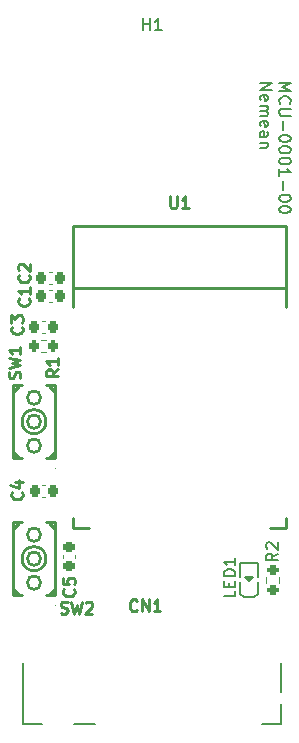
<source format=gbr>
%TF.GenerationSoftware,KiCad,Pcbnew,7.0.5*%
%TF.CreationDate,2023-09-25T03:15:30-05:00*%
%TF.ProjectId,Chimera_Nimean,4368696d-6572-4615-9f4e-696d65616e2e,rev?*%
%TF.SameCoordinates,Original*%
%TF.FileFunction,Legend,Top*%
%TF.FilePolarity,Positive*%
%FSLAX46Y46*%
G04 Gerber Fmt 4.6, Leading zero omitted, Abs format (unit mm)*
G04 Created by KiCad (PCBNEW 7.0.5) date 2023-09-25 03:15:30*
%MOMM*%
%LPD*%
G01*
G04 APERTURE LIST*
G04 Aperture macros list*
%AMRoundRect*
0 Rectangle with rounded corners*
0 $1 Rounding radius*
0 $2 $3 $4 $5 $6 $7 $8 $9 X,Y pos of 4 corners*
0 Add a 4 corners polygon primitive as box body*
4,1,4,$2,$3,$4,$5,$6,$7,$8,$9,$2,$3,0*
0 Add four circle primitives for the rounded corners*
1,1,$1+$1,$2,$3*
1,1,$1+$1,$4,$5*
1,1,$1+$1,$6,$7*
1,1,$1+$1,$8,$9*
0 Add four rect primitives between the rounded corners*
20,1,$1+$1,$2,$3,$4,$5,0*
20,1,$1+$1,$4,$5,$6,$7,0*
20,1,$1+$1,$6,$7,$8,$9,0*
20,1,$1+$1,$8,$9,$2,$3,0*%
G04 Aperture macros list end*
%ADD10C,0.200000*%
%ADD11C,0.150000*%
%ADD12C,0.250000*%
%ADD13C,0.120000*%
%ADD14C,0.059995*%
%ADD15C,0.150013*%
%ADD16C,0.254001*%
%ADD17C,0.151994*%
%ADD18C,0.100000*%
%ADD19C,3.600000*%
%ADD20C,6.400000*%
%ADD21RoundRect,0.225000X0.250000X-0.225000X0.250000X0.225000X-0.250000X0.225000X-0.250000X-0.225000X0*%
%ADD22RoundRect,0.225000X-0.225000X-0.250000X0.225000X-0.250000X0.225000X0.250000X-0.225000X0.250000X0*%
%ADD23R,0.800000X0.800000*%
%ADD24R,1.500000X1.400000*%
%ADD25R,1.300000X2.800000*%
%ADD26R,0.300000X1.550013*%
%ADD27R,0.300000X1.524003*%
%ADD28C,1.200000*%
%ADD29C,1.800000*%
%ADD30R,1.500000X0.900000*%
%ADD31R,0.900000X1.500000*%
%ADD32R,0.900000X0.900000*%
%ADD33RoundRect,0.225000X0.225000X0.250000X-0.225000X0.250000X-0.225000X-0.250000X0.225000X-0.250000X0*%
%ADD34RoundRect,0.200000X-0.200000X-0.275000X0.200000X-0.275000X0.200000X0.275000X-0.200000X0.275000X0*%
%ADD35RoundRect,0.200000X0.275000X-0.200000X0.275000X0.200000X-0.275000X0.200000X-0.275000X-0.200000X0*%
G04 APERTURE END LIST*
D10*
X165742780Y-71769673D02*
X166742780Y-71769673D01*
X166742780Y-71769673D02*
X166028495Y-72103006D01*
X166028495Y-72103006D02*
X166742780Y-72436339D01*
X166742780Y-72436339D02*
X165742780Y-72436339D01*
X165838019Y-73483958D02*
X165790400Y-73436339D01*
X165790400Y-73436339D02*
X165742780Y-73293482D01*
X165742780Y-73293482D02*
X165742780Y-73198244D01*
X165742780Y-73198244D02*
X165790400Y-73055387D01*
X165790400Y-73055387D02*
X165885638Y-72960149D01*
X165885638Y-72960149D02*
X165980876Y-72912530D01*
X165980876Y-72912530D02*
X166171352Y-72864911D01*
X166171352Y-72864911D02*
X166314209Y-72864911D01*
X166314209Y-72864911D02*
X166504685Y-72912530D01*
X166504685Y-72912530D02*
X166599923Y-72960149D01*
X166599923Y-72960149D02*
X166695161Y-73055387D01*
X166695161Y-73055387D02*
X166742780Y-73198244D01*
X166742780Y-73198244D02*
X166742780Y-73293482D01*
X166742780Y-73293482D02*
X166695161Y-73436339D01*
X166695161Y-73436339D02*
X166647542Y-73483958D01*
X166742780Y-73912530D02*
X165933257Y-73912530D01*
X165933257Y-73912530D02*
X165838019Y-73960149D01*
X165838019Y-73960149D02*
X165790400Y-74007768D01*
X165790400Y-74007768D02*
X165742780Y-74103006D01*
X165742780Y-74103006D02*
X165742780Y-74293482D01*
X165742780Y-74293482D02*
X165790400Y-74388720D01*
X165790400Y-74388720D02*
X165838019Y-74436339D01*
X165838019Y-74436339D02*
X165933257Y-74483958D01*
X165933257Y-74483958D02*
X166742780Y-74483958D01*
X166123733Y-74960149D02*
X166123733Y-75722054D01*
X166742780Y-76388720D02*
X166742780Y-76483958D01*
X166742780Y-76483958D02*
X166695161Y-76579196D01*
X166695161Y-76579196D02*
X166647542Y-76626815D01*
X166647542Y-76626815D02*
X166552304Y-76674434D01*
X166552304Y-76674434D02*
X166361828Y-76722053D01*
X166361828Y-76722053D02*
X166123733Y-76722053D01*
X166123733Y-76722053D02*
X165933257Y-76674434D01*
X165933257Y-76674434D02*
X165838019Y-76626815D01*
X165838019Y-76626815D02*
X165790400Y-76579196D01*
X165790400Y-76579196D02*
X165742780Y-76483958D01*
X165742780Y-76483958D02*
X165742780Y-76388720D01*
X165742780Y-76388720D02*
X165790400Y-76293482D01*
X165790400Y-76293482D02*
X165838019Y-76245863D01*
X165838019Y-76245863D02*
X165933257Y-76198244D01*
X165933257Y-76198244D02*
X166123733Y-76150625D01*
X166123733Y-76150625D02*
X166361828Y-76150625D01*
X166361828Y-76150625D02*
X166552304Y-76198244D01*
X166552304Y-76198244D02*
X166647542Y-76245863D01*
X166647542Y-76245863D02*
X166695161Y-76293482D01*
X166695161Y-76293482D02*
X166742780Y-76388720D01*
X166742780Y-77341101D02*
X166742780Y-77436339D01*
X166742780Y-77436339D02*
X166695161Y-77531577D01*
X166695161Y-77531577D02*
X166647542Y-77579196D01*
X166647542Y-77579196D02*
X166552304Y-77626815D01*
X166552304Y-77626815D02*
X166361828Y-77674434D01*
X166361828Y-77674434D02*
X166123733Y-77674434D01*
X166123733Y-77674434D02*
X165933257Y-77626815D01*
X165933257Y-77626815D02*
X165838019Y-77579196D01*
X165838019Y-77579196D02*
X165790400Y-77531577D01*
X165790400Y-77531577D02*
X165742780Y-77436339D01*
X165742780Y-77436339D02*
X165742780Y-77341101D01*
X165742780Y-77341101D02*
X165790400Y-77245863D01*
X165790400Y-77245863D02*
X165838019Y-77198244D01*
X165838019Y-77198244D02*
X165933257Y-77150625D01*
X165933257Y-77150625D02*
X166123733Y-77103006D01*
X166123733Y-77103006D02*
X166361828Y-77103006D01*
X166361828Y-77103006D02*
X166552304Y-77150625D01*
X166552304Y-77150625D02*
X166647542Y-77198244D01*
X166647542Y-77198244D02*
X166695161Y-77245863D01*
X166695161Y-77245863D02*
X166742780Y-77341101D01*
X166742780Y-78293482D02*
X166742780Y-78388720D01*
X166742780Y-78388720D02*
X166695161Y-78483958D01*
X166695161Y-78483958D02*
X166647542Y-78531577D01*
X166647542Y-78531577D02*
X166552304Y-78579196D01*
X166552304Y-78579196D02*
X166361828Y-78626815D01*
X166361828Y-78626815D02*
X166123733Y-78626815D01*
X166123733Y-78626815D02*
X165933257Y-78579196D01*
X165933257Y-78579196D02*
X165838019Y-78531577D01*
X165838019Y-78531577D02*
X165790400Y-78483958D01*
X165790400Y-78483958D02*
X165742780Y-78388720D01*
X165742780Y-78388720D02*
X165742780Y-78293482D01*
X165742780Y-78293482D02*
X165790400Y-78198244D01*
X165790400Y-78198244D02*
X165838019Y-78150625D01*
X165838019Y-78150625D02*
X165933257Y-78103006D01*
X165933257Y-78103006D02*
X166123733Y-78055387D01*
X166123733Y-78055387D02*
X166361828Y-78055387D01*
X166361828Y-78055387D02*
X166552304Y-78103006D01*
X166552304Y-78103006D02*
X166647542Y-78150625D01*
X166647542Y-78150625D02*
X166695161Y-78198244D01*
X166695161Y-78198244D02*
X166742780Y-78293482D01*
X165742780Y-79579196D02*
X165742780Y-79007768D01*
X165742780Y-79293482D02*
X166742780Y-79293482D01*
X166742780Y-79293482D02*
X166599923Y-79198244D01*
X166599923Y-79198244D02*
X166504685Y-79103006D01*
X166504685Y-79103006D02*
X166457066Y-79007768D01*
X166123733Y-80007768D02*
X166123733Y-80769673D01*
X166742780Y-81436339D02*
X166742780Y-81531577D01*
X166742780Y-81531577D02*
X166695161Y-81626815D01*
X166695161Y-81626815D02*
X166647542Y-81674434D01*
X166647542Y-81674434D02*
X166552304Y-81722053D01*
X166552304Y-81722053D02*
X166361828Y-81769672D01*
X166361828Y-81769672D02*
X166123733Y-81769672D01*
X166123733Y-81769672D02*
X165933257Y-81722053D01*
X165933257Y-81722053D02*
X165838019Y-81674434D01*
X165838019Y-81674434D02*
X165790400Y-81626815D01*
X165790400Y-81626815D02*
X165742780Y-81531577D01*
X165742780Y-81531577D02*
X165742780Y-81436339D01*
X165742780Y-81436339D02*
X165790400Y-81341101D01*
X165790400Y-81341101D02*
X165838019Y-81293482D01*
X165838019Y-81293482D02*
X165933257Y-81245863D01*
X165933257Y-81245863D02*
X166123733Y-81198244D01*
X166123733Y-81198244D02*
X166361828Y-81198244D01*
X166361828Y-81198244D02*
X166552304Y-81245863D01*
X166552304Y-81245863D02*
X166647542Y-81293482D01*
X166647542Y-81293482D02*
X166695161Y-81341101D01*
X166695161Y-81341101D02*
X166742780Y-81436339D01*
X166742780Y-82388720D02*
X166742780Y-82483958D01*
X166742780Y-82483958D02*
X166695161Y-82579196D01*
X166695161Y-82579196D02*
X166647542Y-82626815D01*
X166647542Y-82626815D02*
X166552304Y-82674434D01*
X166552304Y-82674434D02*
X166361828Y-82722053D01*
X166361828Y-82722053D02*
X166123733Y-82722053D01*
X166123733Y-82722053D02*
X165933257Y-82674434D01*
X165933257Y-82674434D02*
X165838019Y-82626815D01*
X165838019Y-82626815D02*
X165790400Y-82579196D01*
X165790400Y-82579196D02*
X165742780Y-82483958D01*
X165742780Y-82483958D02*
X165742780Y-82388720D01*
X165742780Y-82388720D02*
X165790400Y-82293482D01*
X165790400Y-82293482D02*
X165838019Y-82245863D01*
X165838019Y-82245863D02*
X165933257Y-82198244D01*
X165933257Y-82198244D02*
X166123733Y-82150625D01*
X166123733Y-82150625D02*
X166361828Y-82150625D01*
X166361828Y-82150625D02*
X166552304Y-82198244D01*
X166552304Y-82198244D02*
X166647542Y-82245863D01*
X166647542Y-82245863D02*
X166695161Y-82293482D01*
X166695161Y-82293482D02*
X166742780Y-82388720D01*
X164132780Y-71769673D02*
X165132780Y-71769673D01*
X165132780Y-71769673D02*
X164132780Y-72341101D01*
X164132780Y-72341101D02*
X165132780Y-72341101D01*
X164180400Y-73198244D02*
X164132780Y-73103006D01*
X164132780Y-73103006D02*
X164132780Y-72912530D01*
X164132780Y-72912530D02*
X164180400Y-72817292D01*
X164180400Y-72817292D02*
X164275638Y-72769673D01*
X164275638Y-72769673D02*
X164656590Y-72769673D01*
X164656590Y-72769673D02*
X164751828Y-72817292D01*
X164751828Y-72817292D02*
X164799447Y-72912530D01*
X164799447Y-72912530D02*
X164799447Y-73103006D01*
X164799447Y-73103006D02*
X164751828Y-73198244D01*
X164751828Y-73198244D02*
X164656590Y-73245863D01*
X164656590Y-73245863D02*
X164561352Y-73245863D01*
X164561352Y-73245863D02*
X164466114Y-72769673D01*
X164132780Y-73674435D02*
X164799447Y-73674435D01*
X164704209Y-73674435D02*
X164751828Y-73722054D01*
X164751828Y-73722054D02*
X164799447Y-73817292D01*
X164799447Y-73817292D02*
X164799447Y-73960149D01*
X164799447Y-73960149D02*
X164751828Y-74055387D01*
X164751828Y-74055387D02*
X164656590Y-74103006D01*
X164656590Y-74103006D02*
X164132780Y-74103006D01*
X164656590Y-74103006D02*
X164751828Y-74150625D01*
X164751828Y-74150625D02*
X164799447Y-74245863D01*
X164799447Y-74245863D02*
X164799447Y-74388720D01*
X164799447Y-74388720D02*
X164751828Y-74483959D01*
X164751828Y-74483959D02*
X164656590Y-74531578D01*
X164656590Y-74531578D02*
X164132780Y-74531578D01*
X164180400Y-75388720D02*
X164132780Y-75293482D01*
X164132780Y-75293482D02*
X164132780Y-75103006D01*
X164132780Y-75103006D02*
X164180400Y-75007768D01*
X164180400Y-75007768D02*
X164275638Y-74960149D01*
X164275638Y-74960149D02*
X164656590Y-74960149D01*
X164656590Y-74960149D02*
X164751828Y-75007768D01*
X164751828Y-75007768D02*
X164799447Y-75103006D01*
X164799447Y-75103006D02*
X164799447Y-75293482D01*
X164799447Y-75293482D02*
X164751828Y-75388720D01*
X164751828Y-75388720D02*
X164656590Y-75436339D01*
X164656590Y-75436339D02*
X164561352Y-75436339D01*
X164561352Y-75436339D02*
X164466114Y-74960149D01*
X164132780Y-76293482D02*
X164656590Y-76293482D01*
X164656590Y-76293482D02*
X164751828Y-76245863D01*
X164751828Y-76245863D02*
X164799447Y-76150625D01*
X164799447Y-76150625D02*
X164799447Y-75960149D01*
X164799447Y-75960149D02*
X164751828Y-75864911D01*
X164180400Y-76293482D02*
X164132780Y-76198244D01*
X164132780Y-76198244D02*
X164132780Y-75960149D01*
X164132780Y-75960149D02*
X164180400Y-75864911D01*
X164180400Y-75864911D02*
X164275638Y-75817292D01*
X164275638Y-75817292D02*
X164370876Y-75817292D01*
X164370876Y-75817292D02*
X164466114Y-75864911D01*
X164466114Y-75864911D02*
X164513733Y-75960149D01*
X164513733Y-75960149D02*
X164513733Y-76198244D01*
X164513733Y-76198244D02*
X164561352Y-76293482D01*
X164799447Y-76769673D02*
X164132780Y-76769673D01*
X164704209Y-76769673D02*
X164751828Y-76817292D01*
X164751828Y-76817292D02*
X164799447Y-76912530D01*
X164799447Y-76912530D02*
X164799447Y-77055387D01*
X164799447Y-77055387D02*
X164751828Y-77150625D01*
X164751828Y-77150625D02*
X164656590Y-77198244D01*
X164656590Y-77198244D02*
X164132780Y-77198244D01*
D11*
%TO.C,H1*%
X154238095Y-67254819D02*
X154238095Y-66254819D01*
X154238095Y-66731009D02*
X154809523Y-66731009D01*
X154809523Y-67254819D02*
X154809523Y-66254819D01*
X155809523Y-67254819D02*
X155238095Y-67254819D01*
X155523809Y-67254819D02*
X155523809Y-66254819D01*
X155523809Y-66254819D02*
X155428571Y-66397676D01*
X155428571Y-66397676D02*
X155333333Y-66492914D01*
X155333333Y-66492914D02*
X155238095Y-66540533D01*
D12*
%TO.C,C5*%
X148354380Y-114566666D02*
X148402000Y-114614285D01*
X148402000Y-114614285D02*
X148449619Y-114757142D01*
X148449619Y-114757142D02*
X148449619Y-114852380D01*
X148449619Y-114852380D02*
X148402000Y-114995237D01*
X148402000Y-114995237D02*
X148306761Y-115090475D01*
X148306761Y-115090475D02*
X148211523Y-115138094D01*
X148211523Y-115138094D02*
X148021047Y-115185713D01*
X148021047Y-115185713D02*
X147878190Y-115185713D01*
X147878190Y-115185713D02*
X147687714Y-115138094D01*
X147687714Y-115138094D02*
X147592476Y-115090475D01*
X147592476Y-115090475D02*
X147497238Y-114995237D01*
X147497238Y-114995237D02*
X147449619Y-114852380D01*
X147449619Y-114852380D02*
X147449619Y-114757142D01*
X147449619Y-114757142D02*
X147497238Y-114614285D01*
X147497238Y-114614285D02*
X147544857Y-114566666D01*
X147449619Y-113661904D02*
X147449619Y-114138094D01*
X147449619Y-114138094D02*
X147925809Y-114185713D01*
X147925809Y-114185713D02*
X147878190Y-114138094D01*
X147878190Y-114138094D02*
X147830571Y-114042856D01*
X147830571Y-114042856D02*
X147830571Y-113804761D01*
X147830571Y-113804761D02*
X147878190Y-113709523D01*
X147878190Y-113709523D02*
X147925809Y-113661904D01*
X147925809Y-113661904D02*
X148021047Y-113614285D01*
X148021047Y-113614285D02*
X148259142Y-113614285D01*
X148259142Y-113614285D02*
X148354380Y-113661904D01*
X148354380Y-113661904D02*
X148402000Y-113709523D01*
X148402000Y-113709523D02*
X148449619Y-113804761D01*
X148449619Y-113804761D02*
X148449619Y-114042856D01*
X148449619Y-114042856D02*
X148402000Y-114138094D01*
X148402000Y-114138094D02*
X148354380Y-114185713D01*
%TO.C,C2*%
X144554380Y-87966666D02*
X144602000Y-88014285D01*
X144602000Y-88014285D02*
X144649619Y-88157142D01*
X144649619Y-88157142D02*
X144649619Y-88252380D01*
X144649619Y-88252380D02*
X144602000Y-88395237D01*
X144602000Y-88395237D02*
X144506761Y-88490475D01*
X144506761Y-88490475D02*
X144411523Y-88538094D01*
X144411523Y-88538094D02*
X144221047Y-88585713D01*
X144221047Y-88585713D02*
X144078190Y-88585713D01*
X144078190Y-88585713D02*
X143887714Y-88538094D01*
X143887714Y-88538094D02*
X143792476Y-88490475D01*
X143792476Y-88490475D02*
X143697238Y-88395237D01*
X143697238Y-88395237D02*
X143649619Y-88252380D01*
X143649619Y-88252380D02*
X143649619Y-88157142D01*
X143649619Y-88157142D02*
X143697238Y-88014285D01*
X143697238Y-88014285D02*
X143744857Y-87966666D01*
X143744857Y-87585713D02*
X143697238Y-87538094D01*
X143697238Y-87538094D02*
X143649619Y-87442856D01*
X143649619Y-87442856D02*
X143649619Y-87204761D01*
X143649619Y-87204761D02*
X143697238Y-87109523D01*
X143697238Y-87109523D02*
X143744857Y-87061904D01*
X143744857Y-87061904D02*
X143840095Y-87014285D01*
X143840095Y-87014285D02*
X143935333Y-87014285D01*
X143935333Y-87014285D02*
X144078190Y-87061904D01*
X144078190Y-87061904D02*
X144649619Y-87633332D01*
X144649619Y-87633332D02*
X144649619Y-87014285D01*
D10*
%TO.C,LED1*%
X162052219Y-114719047D02*
X162052219Y-115195237D01*
X162052219Y-115195237D02*
X161052219Y-115195237D01*
X161528409Y-114385713D02*
X161528409Y-114052380D01*
X162052219Y-113909523D02*
X162052219Y-114385713D01*
X162052219Y-114385713D02*
X161052219Y-114385713D01*
X161052219Y-114385713D02*
X161052219Y-113909523D01*
X162052219Y-113480951D02*
X161052219Y-113480951D01*
X161052219Y-113480951D02*
X161052219Y-113242856D01*
X161052219Y-113242856D02*
X161099838Y-113099999D01*
X161099838Y-113099999D02*
X161195076Y-113004761D01*
X161195076Y-113004761D02*
X161290314Y-112957142D01*
X161290314Y-112957142D02*
X161480790Y-112909523D01*
X161480790Y-112909523D02*
X161623647Y-112909523D01*
X161623647Y-112909523D02*
X161814123Y-112957142D01*
X161814123Y-112957142D02*
X161909361Y-113004761D01*
X161909361Y-113004761D02*
X162004600Y-113099999D01*
X162004600Y-113099999D02*
X162052219Y-113242856D01*
X162052219Y-113242856D02*
X162052219Y-113480951D01*
X162052219Y-111957142D02*
X162052219Y-112528570D01*
X162052219Y-112242856D02*
X161052219Y-112242856D01*
X161052219Y-112242856D02*
X161195076Y-112338094D01*
X161195076Y-112338094D02*
X161290314Y-112433332D01*
X161290314Y-112433332D02*
X161337933Y-112528570D01*
D12*
%TO.C,SW2*%
X147266667Y-116602000D02*
X147409524Y-116649619D01*
X147409524Y-116649619D02*
X147647619Y-116649619D01*
X147647619Y-116649619D02*
X147742857Y-116602000D01*
X147742857Y-116602000D02*
X147790476Y-116554380D01*
X147790476Y-116554380D02*
X147838095Y-116459142D01*
X147838095Y-116459142D02*
X147838095Y-116363904D01*
X147838095Y-116363904D02*
X147790476Y-116268666D01*
X147790476Y-116268666D02*
X147742857Y-116221047D01*
X147742857Y-116221047D02*
X147647619Y-116173428D01*
X147647619Y-116173428D02*
X147457143Y-116125809D01*
X147457143Y-116125809D02*
X147361905Y-116078190D01*
X147361905Y-116078190D02*
X147314286Y-116030571D01*
X147314286Y-116030571D02*
X147266667Y-115935333D01*
X147266667Y-115935333D02*
X147266667Y-115840095D01*
X147266667Y-115840095D02*
X147314286Y-115744857D01*
X147314286Y-115744857D02*
X147361905Y-115697238D01*
X147361905Y-115697238D02*
X147457143Y-115649619D01*
X147457143Y-115649619D02*
X147695238Y-115649619D01*
X147695238Y-115649619D02*
X147838095Y-115697238D01*
X148171429Y-115649619D02*
X148409524Y-116649619D01*
X148409524Y-116649619D02*
X148600000Y-115935333D01*
X148600000Y-115935333D02*
X148790476Y-116649619D01*
X148790476Y-116649619D02*
X149028572Y-115649619D01*
X149361905Y-115744857D02*
X149409524Y-115697238D01*
X149409524Y-115697238D02*
X149504762Y-115649619D01*
X149504762Y-115649619D02*
X149742857Y-115649619D01*
X149742857Y-115649619D02*
X149838095Y-115697238D01*
X149838095Y-115697238D02*
X149885714Y-115744857D01*
X149885714Y-115744857D02*
X149933333Y-115840095D01*
X149933333Y-115840095D02*
X149933333Y-115935333D01*
X149933333Y-115935333D02*
X149885714Y-116078190D01*
X149885714Y-116078190D02*
X149314286Y-116649619D01*
X149314286Y-116649619D02*
X149933333Y-116649619D01*
%TO.C,CN1*%
X153709523Y-116354380D02*
X153661904Y-116402000D01*
X153661904Y-116402000D02*
X153519047Y-116449619D01*
X153519047Y-116449619D02*
X153423809Y-116449619D01*
X153423809Y-116449619D02*
X153280952Y-116402000D01*
X153280952Y-116402000D02*
X153185714Y-116306761D01*
X153185714Y-116306761D02*
X153138095Y-116211523D01*
X153138095Y-116211523D02*
X153090476Y-116021047D01*
X153090476Y-116021047D02*
X153090476Y-115878190D01*
X153090476Y-115878190D02*
X153138095Y-115687714D01*
X153138095Y-115687714D02*
X153185714Y-115592476D01*
X153185714Y-115592476D02*
X153280952Y-115497238D01*
X153280952Y-115497238D02*
X153423809Y-115449619D01*
X153423809Y-115449619D02*
X153519047Y-115449619D01*
X153519047Y-115449619D02*
X153661904Y-115497238D01*
X153661904Y-115497238D02*
X153709523Y-115544857D01*
X154138095Y-116449619D02*
X154138095Y-115449619D01*
X154138095Y-115449619D02*
X154709523Y-116449619D01*
X154709523Y-116449619D02*
X154709523Y-115449619D01*
X155709523Y-116449619D02*
X155138095Y-116449619D01*
X155423809Y-116449619D02*
X155423809Y-115449619D01*
X155423809Y-115449619D02*
X155328571Y-115592476D01*
X155328571Y-115592476D02*
X155233333Y-115687714D01*
X155233333Y-115687714D02*
X155138095Y-115735333D01*
%TO.C,SW1*%
X143802000Y-96733332D02*
X143849619Y-96590475D01*
X143849619Y-96590475D02*
X143849619Y-96352380D01*
X143849619Y-96352380D02*
X143802000Y-96257142D01*
X143802000Y-96257142D02*
X143754380Y-96209523D01*
X143754380Y-96209523D02*
X143659142Y-96161904D01*
X143659142Y-96161904D02*
X143563904Y-96161904D01*
X143563904Y-96161904D02*
X143468666Y-96209523D01*
X143468666Y-96209523D02*
X143421047Y-96257142D01*
X143421047Y-96257142D02*
X143373428Y-96352380D01*
X143373428Y-96352380D02*
X143325809Y-96542856D01*
X143325809Y-96542856D02*
X143278190Y-96638094D01*
X143278190Y-96638094D02*
X143230571Y-96685713D01*
X143230571Y-96685713D02*
X143135333Y-96733332D01*
X143135333Y-96733332D02*
X143040095Y-96733332D01*
X143040095Y-96733332D02*
X142944857Y-96685713D01*
X142944857Y-96685713D02*
X142897238Y-96638094D01*
X142897238Y-96638094D02*
X142849619Y-96542856D01*
X142849619Y-96542856D02*
X142849619Y-96304761D01*
X142849619Y-96304761D02*
X142897238Y-96161904D01*
X142849619Y-95828570D02*
X143849619Y-95590475D01*
X143849619Y-95590475D02*
X143135333Y-95399999D01*
X143135333Y-95399999D02*
X143849619Y-95209523D01*
X143849619Y-95209523D02*
X142849619Y-94971428D01*
X143849619Y-94066666D02*
X143849619Y-94638094D01*
X143849619Y-94352380D02*
X142849619Y-94352380D01*
X142849619Y-94352380D02*
X142992476Y-94447618D01*
X142992476Y-94447618D02*
X143087714Y-94542856D01*
X143087714Y-94542856D02*
X143135333Y-94638094D01*
%TO.C,U1*%
X156538298Y-81318999D02*
X156538298Y-82128522D01*
X156538298Y-82128522D02*
X156585917Y-82223760D01*
X156585917Y-82223760D02*
X156633536Y-82271380D01*
X156633536Y-82271380D02*
X156728774Y-82318999D01*
X156728774Y-82318999D02*
X156919250Y-82318999D01*
X156919250Y-82318999D02*
X157014488Y-82271380D01*
X157014488Y-82271380D02*
X157062107Y-82223760D01*
X157062107Y-82223760D02*
X157109726Y-82128522D01*
X157109726Y-82128522D02*
X157109726Y-81318999D01*
X158109726Y-82318999D02*
X157538298Y-82318999D01*
X157824012Y-82318999D02*
X157824012Y-81318999D01*
X157824012Y-81318999D02*
X157728774Y-81461856D01*
X157728774Y-81461856D02*
X157633536Y-81557094D01*
X157633536Y-81557094D02*
X157538298Y-81604713D01*
%TO.C,C3*%
X143954380Y-92366666D02*
X144002000Y-92414285D01*
X144002000Y-92414285D02*
X144049619Y-92557142D01*
X144049619Y-92557142D02*
X144049619Y-92652380D01*
X144049619Y-92652380D02*
X144002000Y-92795237D01*
X144002000Y-92795237D02*
X143906761Y-92890475D01*
X143906761Y-92890475D02*
X143811523Y-92938094D01*
X143811523Y-92938094D02*
X143621047Y-92985713D01*
X143621047Y-92985713D02*
X143478190Y-92985713D01*
X143478190Y-92985713D02*
X143287714Y-92938094D01*
X143287714Y-92938094D02*
X143192476Y-92890475D01*
X143192476Y-92890475D02*
X143097238Y-92795237D01*
X143097238Y-92795237D02*
X143049619Y-92652380D01*
X143049619Y-92652380D02*
X143049619Y-92557142D01*
X143049619Y-92557142D02*
X143097238Y-92414285D01*
X143097238Y-92414285D02*
X143144857Y-92366666D01*
X143049619Y-92033332D02*
X143049619Y-91414285D01*
X143049619Y-91414285D02*
X143430571Y-91747618D01*
X143430571Y-91747618D02*
X143430571Y-91604761D01*
X143430571Y-91604761D02*
X143478190Y-91509523D01*
X143478190Y-91509523D02*
X143525809Y-91461904D01*
X143525809Y-91461904D02*
X143621047Y-91414285D01*
X143621047Y-91414285D02*
X143859142Y-91414285D01*
X143859142Y-91414285D02*
X143954380Y-91461904D01*
X143954380Y-91461904D02*
X144002000Y-91509523D01*
X144002000Y-91509523D02*
X144049619Y-91604761D01*
X144049619Y-91604761D02*
X144049619Y-91890475D01*
X144049619Y-91890475D02*
X144002000Y-91985713D01*
X144002000Y-91985713D02*
X143954380Y-92033332D01*
%TO.C,C1*%
X144554380Y-89966666D02*
X144602000Y-90014285D01*
X144602000Y-90014285D02*
X144649619Y-90157142D01*
X144649619Y-90157142D02*
X144649619Y-90252380D01*
X144649619Y-90252380D02*
X144602000Y-90395237D01*
X144602000Y-90395237D02*
X144506761Y-90490475D01*
X144506761Y-90490475D02*
X144411523Y-90538094D01*
X144411523Y-90538094D02*
X144221047Y-90585713D01*
X144221047Y-90585713D02*
X144078190Y-90585713D01*
X144078190Y-90585713D02*
X143887714Y-90538094D01*
X143887714Y-90538094D02*
X143792476Y-90490475D01*
X143792476Y-90490475D02*
X143697238Y-90395237D01*
X143697238Y-90395237D02*
X143649619Y-90252380D01*
X143649619Y-90252380D02*
X143649619Y-90157142D01*
X143649619Y-90157142D02*
X143697238Y-90014285D01*
X143697238Y-90014285D02*
X143744857Y-89966666D01*
X144649619Y-89014285D02*
X144649619Y-89585713D01*
X144649619Y-89299999D02*
X143649619Y-89299999D01*
X143649619Y-89299999D02*
X143792476Y-89395237D01*
X143792476Y-89395237D02*
X143887714Y-89490475D01*
X143887714Y-89490475D02*
X143935333Y-89585713D01*
%TO.C,R1*%
X147049619Y-95966666D02*
X146573428Y-96299999D01*
X147049619Y-96538094D02*
X146049619Y-96538094D01*
X146049619Y-96538094D02*
X146049619Y-96157142D01*
X146049619Y-96157142D02*
X146097238Y-96061904D01*
X146097238Y-96061904D02*
X146144857Y-96014285D01*
X146144857Y-96014285D02*
X146240095Y-95966666D01*
X146240095Y-95966666D02*
X146382952Y-95966666D01*
X146382952Y-95966666D02*
X146478190Y-96014285D01*
X146478190Y-96014285D02*
X146525809Y-96061904D01*
X146525809Y-96061904D02*
X146573428Y-96157142D01*
X146573428Y-96157142D02*
X146573428Y-96538094D01*
X147049619Y-95014285D02*
X147049619Y-95585713D01*
X147049619Y-95299999D02*
X146049619Y-95299999D01*
X146049619Y-95299999D02*
X146192476Y-95395237D01*
X146192476Y-95395237D02*
X146287714Y-95490475D01*
X146287714Y-95490475D02*
X146335333Y-95585713D01*
%TO.C,C4*%
X143954380Y-106366666D02*
X144002000Y-106414285D01*
X144002000Y-106414285D02*
X144049619Y-106557142D01*
X144049619Y-106557142D02*
X144049619Y-106652380D01*
X144049619Y-106652380D02*
X144002000Y-106795237D01*
X144002000Y-106795237D02*
X143906761Y-106890475D01*
X143906761Y-106890475D02*
X143811523Y-106938094D01*
X143811523Y-106938094D02*
X143621047Y-106985713D01*
X143621047Y-106985713D02*
X143478190Y-106985713D01*
X143478190Y-106985713D02*
X143287714Y-106938094D01*
X143287714Y-106938094D02*
X143192476Y-106890475D01*
X143192476Y-106890475D02*
X143097238Y-106795237D01*
X143097238Y-106795237D02*
X143049619Y-106652380D01*
X143049619Y-106652380D02*
X143049619Y-106557142D01*
X143049619Y-106557142D02*
X143097238Y-106414285D01*
X143097238Y-106414285D02*
X143144857Y-106366666D01*
X143382952Y-105509523D02*
X144049619Y-105509523D01*
X143002000Y-105747618D02*
X143716285Y-105985713D01*
X143716285Y-105985713D02*
X143716285Y-105366666D01*
D10*
%TO.C,R2*%
X165652219Y-111566666D02*
X165176028Y-111899999D01*
X165652219Y-112138094D02*
X164652219Y-112138094D01*
X164652219Y-112138094D02*
X164652219Y-111757142D01*
X164652219Y-111757142D02*
X164699838Y-111661904D01*
X164699838Y-111661904D02*
X164747457Y-111614285D01*
X164747457Y-111614285D02*
X164842695Y-111566666D01*
X164842695Y-111566666D02*
X164985552Y-111566666D01*
X164985552Y-111566666D02*
X165080790Y-111614285D01*
X165080790Y-111614285D02*
X165128409Y-111661904D01*
X165128409Y-111661904D02*
X165176028Y-111757142D01*
X165176028Y-111757142D02*
X165176028Y-112138094D01*
X164747457Y-111185713D02*
X164699838Y-111138094D01*
X164699838Y-111138094D02*
X164652219Y-111042856D01*
X164652219Y-111042856D02*
X164652219Y-110804761D01*
X164652219Y-110804761D02*
X164699838Y-110709523D01*
X164699838Y-110709523D02*
X164747457Y-110661904D01*
X164747457Y-110661904D02*
X164842695Y-110614285D01*
X164842695Y-110614285D02*
X164937933Y-110614285D01*
X164937933Y-110614285D02*
X165080790Y-110661904D01*
X165080790Y-110661904D02*
X165652219Y-111233332D01*
X165652219Y-111233332D02*
X165652219Y-110614285D01*
D13*
%TO.C,C5*%
X148510000Y-111965580D02*
X148510000Y-111684420D01*
X147490000Y-111965580D02*
X147490000Y-111684420D01*
%TO.C,C2*%
X146259420Y-88710000D02*
X146540580Y-88710000D01*
X146259420Y-87690000D02*
X146540580Y-87690000D01*
D14*
%TO.C,LED1*%
X163633452Y-114599467D02*
G75*
G03*
X163633452Y-114599467I-29972J0D01*
G01*
D15*
X163523520Y-113579578D02*
X163523520Y-113589535D01*
X163523520Y-113589535D02*
X163193472Y-113919583D01*
X162843485Y-113579578D02*
X162853467Y-113579578D01*
X162853467Y-113579578D02*
X163193472Y-113919583D01*
X162843485Y-113579578D02*
X163523520Y-113579578D01*
X162443409Y-113559538D02*
X162443409Y-112409525D01*
X163943536Y-113559538D02*
X163943536Y-112409525D01*
X162443510Y-112409525D02*
X163923444Y-112409525D01*
X163945847Y-113939548D02*
X163945847Y-114989662D01*
X163545771Y-115289611D02*
X163645796Y-115289611D01*
X163645796Y-115289611D02*
X163945847Y-114989662D01*
X162845822Y-115289611D02*
X163545771Y-115289611D01*
X162845822Y-115289611D02*
X162745669Y-115289611D01*
X162745669Y-115289611D02*
X162445720Y-114989662D01*
X162445720Y-113939548D02*
X162445720Y-114989662D01*
X163193472Y-113579578D02*
X163193472Y-113919583D01*
D14*
%TO.C,SW2*%
X146830048Y-116000000D02*
G75*
G03*
X146830048Y-116000000I-29997J0D01*
G01*
D16*
X145567945Y-112000000D02*
G75*
G03*
X145567945Y-112000000I-567945J0D01*
G01*
X146016002Y-112000000D02*
G75*
G03*
X146016002Y-112000000I-1016002J0D01*
G01*
X145567945Y-109967996D02*
G75*
G03*
X145567945Y-109967996I-567945J0D01*
G01*
X145567945Y-114032004D02*
G75*
G03*
X145567945Y-114032004I-567945J0D01*
G01*
X143200025Y-115100025D02*
X143200025Y-108900076D01*
X146800076Y-108900076D02*
X146800076Y-115100025D01*
X146270053Y-115048057D02*
X146778054Y-114540056D01*
X143730048Y-115048057D02*
X143222047Y-114540056D01*
X143222047Y-109460046D02*
X143730048Y-108952045D01*
X146778054Y-109460046D02*
X146270053Y-108952045D01*
X143200025Y-108900076D02*
X144018898Y-108900076D01*
X145981179Y-108900076D02*
X146800076Y-108900076D01*
X143200025Y-115100025D02*
X144018898Y-115100025D01*
X145981179Y-115100025D02*
X146800076Y-115100025D01*
D14*
%TO.C,CN1*%
X144130036Y-118174753D02*
G75*
G03*
X144130036Y-118174753I-29997J0D01*
G01*
D17*
X148345276Y-126034672D02*
X150155004Y-126034672D01*
X145650813Y-126034672D02*
X145655004Y-126034672D01*
X145650813Y-126034672D02*
X144098870Y-126034672D01*
X144098870Y-126034672D02*
X144098870Y-120804801D01*
X165899734Y-124297308D02*
X165899734Y-126034672D01*
X165899734Y-126034672D02*
X164340171Y-126034672D01*
X165900064Y-120805004D02*
X165900064Y-123252147D01*
D14*
%TO.C,SW1*%
X146830048Y-104400000D02*
G75*
G03*
X146830048Y-104400000I-29997J0D01*
G01*
D16*
X145567945Y-100400000D02*
G75*
G03*
X145567945Y-100400000I-567945J0D01*
G01*
X146016002Y-100400000D02*
G75*
G03*
X146016002Y-100400000I-1016002J0D01*
G01*
X145567945Y-98367996D02*
G75*
G03*
X145567945Y-98367996I-567945J0D01*
G01*
X145567945Y-102432004D02*
G75*
G03*
X145567945Y-102432004I-567945J0D01*
G01*
X143200025Y-103500025D02*
X143200025Y-97300076D01*
X146800076Y-97300076D02*
X146800076Y-103500025D01*
X146270053Y-103448057D02*
X146778054Y-102940056D01*
X143730048Y-103448057D02*
X143222047Y-102940056D01*
X143222047Y-97860046D02*
X143730048Y-97352045D01*
X146778054Y-97860046D02*
X146270053Y-97352045D01*
X143200025Y-97300076D02*
X144018898Y-97300076D01*
X145981179Y-97300076D02*
X146800076Y-97300076D01*
X143200025Y-103500025D02*
X144018898Y-103500025D01*
X145981179Y-103500025D02*
X146800076Y-103500025D01*
D14*
%TO.C,U1*%
X148330048Y-83869253D02*
G75*
G03*
X148330048Y-83869253I-29972J0D01*
G01*
D16*
X148300203Y-89049619D02*
X166300203Y-89049619D01*
X148300203Y-90678880D02*
X148300203Y-89269380D01*
X149634036Y-109369380D02*
X148300203Y-109369380D01*
X148300203Y-109369380D02*
X148300203Y-108551194D01*
X166300203Y-108551194D02*
X166300203Y-109369380D01*
X166300203Y-109369380D02*
X164966370Y-109369380D01*
X148300203Y-89319367D02*
X148300203Y-83869380D01*
X148300203Y-83869380D02*
X166300203Y-83869380D01*
X166300203Y-83869380D02*
X166300203Y-90678880D01*
D13*
%TO.C,C3*%
X145940580Y-91890000D02*
X145659420Y-91890000D01*
X145940580Y-92910000D02*
X145659420Y-92910000D01*
%TO.C,C1*%
X146259420Y-90310000D02*
X146540580Y-90310000D01*
X146259420Y-89290000D02*
X146540580Y-89290000D01*
%TO.C,R1*%
X145562742Y-94522500D02*
X146037258Y-94522500D01*
X145562742Y-93477500D02*
X146037258Y-93477500D01*
%TO.C,C4*%
X145965580Y-105790000D02*
X145684420Y-105790000D01*
X145965580Y-106810000D02*
X145684420Y-106810000D01*
%TO.C,R2*%
X165722500Y-114062258D02*
X165722500Y-113587742D01*
X164677500Y-114062258D02*
X164677500Y-113587742D01*
%TD*%
%LPC*%
%TO.C,U2*%
D18*
X148275000Y-130100000D02*
X145075000Y-130100000D01*
X145075000Y-128100000D01*
X148275000Y-128100000D01*
X148275000Y-130100000D01*
G36*
X148275000Y-130100000D02*
G01*
X145075000Y-130100000D01*
X145075000Y-128100000D01*
X148275000Y-128100000D01*
X148275000Y-130100000D01*
G37*
X164925000Y-130100000D02*
X149475000Y-130100000D01*
X149475000Y-128100000D01*
X164925000Y-128100000D01*
X164925000Y-130100000D01*
G36*
X164925000Y-130100000D02*
G01*
X149475000Y-130100000D01*
X149475000Y-128100000D01*
X164925000Y-128100000D01*
X164925000Y-130100000D01*
G37*
%TD*%
D19*
%TO.C,H1*%
X155000000Y-71000000D03*
D20*
X155000000Y-71000000D03*
%TD*%
D21*
%TO.C,C5*%
X148000000Y-112600000D03*
X148000000Y-111050000D03*
%TD*%
D22*
%TO.C,C2*%
X145625000Y-88200000D03*
X147175000Y-88200000D03*
%TD*%
D23*
%TO.C,LED1*%
X163196571Y-113000533D03*
X163203429Y-114599467D03*
%TD*%
D24*
%TO.C,SW2*%
X145000000Y-115799848D03*
X145000000Y-108200152D03*
%TD*%
D25*
%TO.C,CN1*%
X144650051Y-119224918D03*
X165350077Y-119224918D03*
D26*
X145750128Y-118500000D03*
X146000064Y-126049912D03*
X146250000Y-118500000D03*
X146500191Y-126049912D03*
X146750128Y-118500000D03*
X147000064Y-126049912D03*
X147250000Y-118500000D03*
X147500191Y-126049912D03*
X147750128Y-118500000D03*
X148000064Y-126049912D03*
X148250000Y-118500000D03*
X150500191Y-126049912D03*
X150750128Y-118500000D03*
X151000064Y-126049912D03*
X151250000Y-118500000D03*
X151500191Y-126049912D03*
X151750128Y-118500000D03*
X152000064Y-126049912D03*
X152250000Y-118500000D03*
X152500191Y-126049912D03*
X152750128Y-118500000D03*
X153000064Y-126049912D03*
X153250000Y-118500000D03*
X153500191Y-126049912D03*
X153750128Y-118500000D03*
X154000064Y-126049912D03*
X154250000Y-118500000D03*
X154500191Y-126049912D03*
X154750128Y-118500000D03*
X155000064Y-126049912D03*
X155250000Y-118500000D03*
X155500191Y-126049912D03*
X155750128Y-118500000D03*
X156000064Y-126049658D03*
X156250000Y-118500000D03*
X156500191Y-126049658D03*
X156750128Y-118500000D03*
X157000064Y-126049658D03*
X157250000Y-118500000D03*
X157500191Y-126049658D03*
X157750128Y-118500000D03*
X158000064Y-126049658D03*
X158250000Y-118500000D03*
X158500191Y-126049658D03*
X158750128Y-118500000D03*
X159000064Y-126049658D03*
X159250000Y-118500000D03*
X159500191Y-126049658D03*
X159750128Y-118500000D03*
X160000064Y-126049658D03*
X162250000Y-118500000D03*
X162500191Y-126049658D03*
X162750128Y-118500000D03*
X163000064Y-126049658D03*
X163250000Y-118500000D03*
X163500191Y-126049658D03*
X163750128Y-118500000D03*
X164000064Y-126049658D03*
X164250000Y-118500000D03*
D27*
X161750128Y-118499746D03*
X161250000Y-118499746D03*
X160750128Y-118499746D03*
X160250000Y-118499746D03*
X162000064Y-126049658D03*
X161500191Y-126049658D03*
X161000064Y-126049658D03*
X160500191Y-126049658D03*
D28*
X145000064Y-123774829D03*
D29*
X165000064Y-123774829D03*
%TD*%
D24*
%TO.C,SW1*%
X145000000Y-104199848D03*
X145000000Y-96600152D03*
%TD*%
D30*
%TO.C,U1*%
X148400406Y-91359982D03*
X148400406Y-92629985D03*
X148400406Y-93899987D03*
X148400406Y-95169990D03*
X148400406Y-96439992D03*
X148400406Y-97709995D03*
X148400406Y-98979997D03*
X148400406Y-100250000D03*
X148400406Y-101520002D03*
X148400406Y-102790005D03*
X148400406Y-104060007D03*
X148400406Y-105330010D03*
X148400406Y-106600013D03*
X148400406Y-107870015D03*
D31*
X150315316Y-109269304D03*
X151585319Y-109269304D03*
X152855321Y-109269304D03*
X154125324Y-109269304D03*
X155395326Y-109269304D03*
X156665329Y-109269304D03*
X157935331Y-109269304D03*
X159205334Y-109269304D03*
X160475336Y-109269304D03*
X161745339Y-109269304D03*
X163015341Y-109269304D03*
X164285344Y-109269304D03*
D30*
X166200000Y-107870015D03*
X166200000Y-106600013D03*
X166200000Y-105330010D03*
X166200000Y-104060007D03*
X166200000Y-102790005D03*
X166200000Y-101520002D03*
X166200000Y-100250000D03*
X166200000Y-98979997D03*
X166200000Y-97709995D03*
X166200000Y-96439992D03*
X166200000Y-95169990D03*
X166200000Y-93899987D03*
X166200000Y-92629985D03*
X166200000Y-91359982D03*
D32*
X155800711Y-99079566D03*
X154400660Y-99079566D03*
X157200762Y-99079566D03*
X157200762Y-97679515D03*
X155800711Y-97679515D03*
X154400660Y-97679515D03*
X154400660Y-100479616D03*
X155800711Y-100479616D03*
X157200762Y-100479616D03*
%TD*%
D33*
%TO.C,C3*%
X146575000Y-92400000D03*
X145025000Y-92400000D03*
%TD*%
D22*
%TO.C,C1*%
X145625000Y-89800000D03*
X147175000Y-89800000D03*
%TD*%
D34*
%TO.C,R1*%
X144975000Y-94000000D03*
X146625000Y-94000000D03*
%TD*%
D33*
%TO.C,C4*%
X146600000Y-106300000D03*
X145050000Y-106300000D03*
%TD*%
D35*
%TO.C,R2*%
X165200000Y-114650000D03*
X165200000Y-113000000D03*
%TD*%
%LPD*%
M02*

</source>
